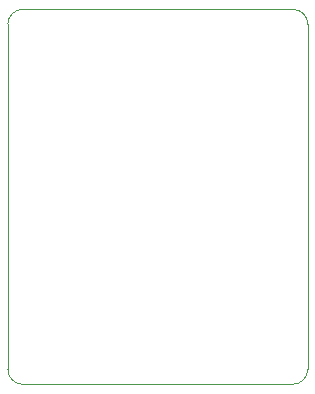
<source format=gbr>
%TF.GenerationSoftware,KiCad,Pcbnew,(5.1.6-0)*%
%TF.CreationDate,2022-05-02T22:38:42-07:00*%
%TF.ProjectId,rio-proto,72696f2d-7072-46f7-946f-2e6b69636164,rev?*%
%TF.SameCoordinates,PX87a6900PY757baf0*%
%TF.FileFunction,Profile,NP*%
%FSLAX46Y46*%
G04 Gerber Fmt 4.6, Leading zero omitted, Abs format (unit mm)*
G04 Created by KiCad (PCBNEW (5.1.6-0)) date 2022-05-02 22:38:42*
%MOMM*%
%LPD*%
G01*
G04 APERTURE LIST*
%TA.AperFunction,Profile*%
%ADD10C,0.050000*%
%TD*%
G04 APERTURE END LIST*
D10*
X0Y30480000D02*
G75*
G02*
X1270000Y31750000I1270000J0D01*
G01*
X24130000Y31750000D02*
G75*
G02*
X25400000Y30480000I0J-1270000D01*
G01*
X1270000Y0D02*
G75*
G02*
X0Y1270000I0J1270000D01*
G01*
X25400000Y1270000D02*
G75*
G02*
X24130000Y0I-1270000J0D01*
G01*
X0Y30480000D02*
X0Y1270000D01*
X24130000Y31750000D02*
X1270000Y31750000D01*
X25400000Y1270000D02*
X25400000Y30480000D01*
X1270000Y0D02*
X24130000Y0D01*
M02*

</source>
